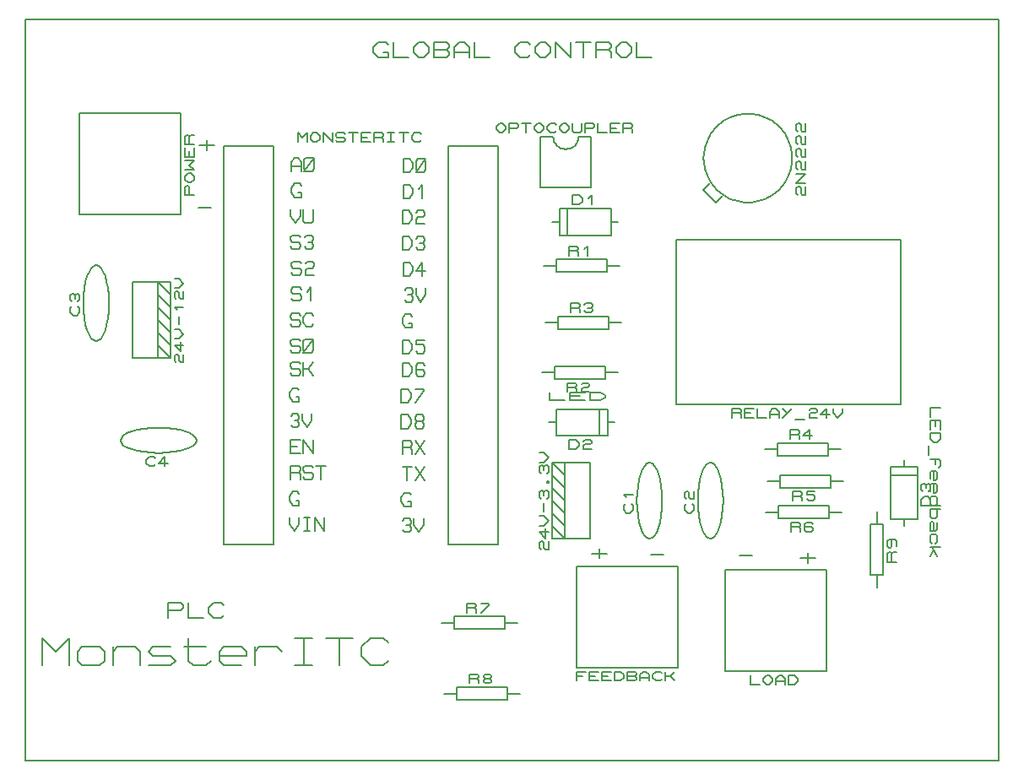
<source format=gbr>
G04 PROTEUS GERBER X2 FILE*
%TF.GenerationSoftware,Labcenter,Proteus,8.6-SP2-Build23525*%
%TF.CreationDate,2019-07-05T07:02:46+00:00*%
%TF.FileFunction,Legend,Top*%
%TF.FilePolarity,Positive*%
%TF.Part,Single*%
%FSLAX45Y45*%
%MOMM*%
G01*
%TA.AperFunction,Material*%
%ADD18C,0.203200*%
%TA.AperFunction,Profile*%
%ADD17C,0.203200*%
%TD.AperFunction*%
D18*
X-13372000Y+8624000D02*
X-14388000Y+8624000D01*
X-13372000Y+7608000D02*
X-14388000Y+7608000D01*
X-14388000Y+8624000D02*
X-14388000Y+7608000D01*
X-13372000Y+8624000D02*
X-13372000Y+7608000D01*
X-13239920Y+7798500D02*
X-13331360Y+7798500D01*
X-13331360Y+7877875D01*
X-13316120Y+7893750D01*
X-13300880Y+7893750D01*
X-13285640Y+7877875D01*
X-13285640Y+7798500D01*
X-13300880Y+7925500D02*
X-13331360Y+7957250D01*
X-13331360Y+7989000D01*
X-13300880Y+8020750D01*
X-13270400Y+8020750D01*
X-13239920Y+7989000D01*
X-13239920Y+7957250D01*
X-13270400Y+7925500D01*
X-13300880Y+7925500D01*
X-13331360Y+8052500D02*
X-13239920Y+8052500D01*
X-13285640Y+8100125D01*
X-13239920Y+8147750D01*
X-13331360Y+8147750D01*
X-13239920Y+8274750D02*
X-13239920Y+8179500D01*
X-13331360Y+8179500D01*
X-13331360Y+8274750D01*
X-13285640Y+8179500D02*
X-13285640Y+8243000D01*
X-13239920Y+8306500D02*
X-13331360Y+8306500D01*
X-13331360Y+8385875D01*
X-13316120Y+8401750D01*
X-13300880Y+8401750D01*
X-13285640Y+8385875D01*
X-13285640Y+8306500D01*
X-13285640Y+8385875D02*
X-13270400Y+8401750D01*
X-13239920Y+8401750D01*
X-10690000Y+4292000D02*
X-10190000Y+4292000D01*
X-10190000Y+8292000D01*
X-10690000Y+8292000D01*
X-10690000Y+4292000D01*
X-12940000Y+4292000D02*
X-12440000Y+4292000D01*
X-12440000Y+8292000D01*
X-12940000Y+8292000D01*
X-12940000Y+4292000D01*
X-12260000Y+8039120D02*
X-12260000Y+8130560D01*
X-12228250Y+8176280D01*
X-12196500Y+8176280D01*
X-12164750Y+8130560D01*
X-12164750Y+8039120D01*
X-12260000Y+8084840D02*
X-12164750Y+8084840D01*
X-12133000Y+8061980D02*
X-12133000Y+8153420D01*
X-12117125Y+8176280D01*
X-12053625Y+8176280D01*
X-12037750Y+8153420D01*
X-12037750Y+8061980D01*
X-12053625Y+8039120D01*
X-12117125Y+8039120D01*
X-12133000Y+8061980D01*
X-12133000Y+8039120D02*
X-12037750Y+8176280D01*
X-12196500Y+7824840D02*
X-12164750Y+7824840D01*
X-12164750Y+7779120D01*
X-12228250Y+7779120D01*
X-12260000Y+7824840D01*
X-12260000Y+7870560D01*
X-12228250Y+7916280D01*
X-12180625Y+7916280D01*
X-12164750Y+7893420D01*
X-12270000Y+7656280D02*
X-12270000Y+7587700D01*
X-12222375Y+7519120D01*
X-12174750Y+7587700D01*
X-12174750Y+7656280D01*
X-12143000Y+7656280D02*
X-12143000Y+7541980D01*
X-12127125Y+7519120D01*
X-12063625Y+7519120D01*
X-12047750Y+7541980D01*
X-12047750Y+7656280D01*
X-12270000Y+7281980D02*
X-12254125Y+7259120D01*
X-12190625Y+7259120D01*
X-12174750Y+7281980D01*
X-12174750Y+7304840D01*
X-12190625Y+7327700D01*
X-12254125Y+7327700D01*
X-12270000Y+7350560D01*
X-12270000Y+7373420D01*
X-12254125Y+7396280D01*
X-12190625Y+7396280D01*
X-12174750Y+7373420D01*
X-12127125Y+7373420D02*
X-12111250Y+7396280D01*
X-12063625Y+7396280D01*
X-12047750Y+7373420D01*
X-12047750Y+7350560D01*
X-12063625Y+7327700D01*
X-12047750Y+7304840D01*
X-12047750Y+7281980D01*
X-12063625Y+7259120D01*
X-12111250Y+7259120D01*
X-12127125Y+7281980D01*
X-12095375Y+7327700D02*
X-12063625Y+7327700D01*
X-12260000Y+7021980D02*
X-12244125Y+6999120D01*
X-12180625Y+6999120D01*
X-12164750Y+7021980D01*
X-12164750Y+7044840D01*
X-12180625Y+7067700D01*
X-12244125Y+7067700D01*
X-12260000Y+7090560D01*
X-12260000Y+7113420D01*
X-12244125Y+7136280D01*
X-12180625Y+7136280D01*
X-12164750Y+7113420D01*
X-12117125Y+7113420D02*
X-12101250Y+7136280D01*
X-12053625Y+7136280D01*
X-12037750Y+7113420D01*
X-12037750Y+7090560D01*
X-12053625Y+7067700D01*
X-12101250Y+7067700D01*
X-12117125Y+7044840D01*
X-12117125Y+6999120D01*
X-12037750Y+6999120D01*
X-12260000Y+6761980D02*
X-12244125Y+6739120D01*
X-12180625Y+6739120D01*
X-12164750Y+6761980D01*
X-12164750Y+6784840D01*
X-12180625Y+6807700D01*
X-12244125Y+6807700D01*
X-12260000Y+6830560D01*
X-12260000Y+6853420D01*
X-12244125Y+6876280D01*
X-12180625Y+6876280D01*
X-12164750Y+6853420D01*
X-12101250Y+6830560D02*
X-12069500Y+6876280D01*
X-12069500Y+6739120D01*
X-12270000Y+6501980D02*
X-12254125Y+6479120D01*
X-12190625Y+6479120D01*
X-12174750Y+6501980D01*
X-12174750Y+6524840D01*
X-12190625Y+6547700D01*
X-12254125Y+6547700D01*
X-12270000Y+6570560D01*
X-12270000Y+6593420D01*
X-12254125Y+6616280D01*
X-12190625Y+6616280D01*
X-12174750Y+6593420D01*
X-12047750Y+6501980D02*
X-12063625Y+6479120D01*
X-12111250Y+6479120D01*
X-12143000Y+6524840D01*
X-12143000Y+6570560D01*
X-12111250Y+6616280D01*
X-12063625Y+6616280D01*
X-12047750Y+6593420D01*
X-12270000Y+6241980D02*
X-12254125Y+6219120D01*
X-12190625Y+6219120D01*
X-12174750Y+6241980D01*
X-12174750Y+6264840D01*
X-12190625Y+6287700D01*
X-12254125Y+6287700D01*
X-12270000Y+6310560D01*
X-12270000Y+6333420D01*
X-12254125Y+6356280D01*
X-12190625Y+6356280D01*
X-12174750Y+6333420D01*
X-12143000Y+6241980D02*
X-12143000Y+6333420D01*
X-12127125Y+6356280D01*
X-12063625Y+6356280D01*
X-12047750Y+6333420D01*
X-12047750Y+6241980D01*
X-12063625Y+6219120D01*
X-12127125Y+6219120D01*
X-12143000Y+6241980D01*
X-12143000Y+6219120D02*
X-12047750Y+6356280D01*
X-12270000Y+6011980D02*
X-12254125Y+5989120D01*
X-12190625Y+5989120D01*
X-12174750Y+6011980D01*
X-12174750Y+6034840D01*
X-12190625Y+6057700D01*
X-12254125Y+6057700D01*
X-12270000Y+6080560D01*
X-12270000Y+6103420D01*
X-12254125Y+6126280D01*
X-12190625Y+6126280D01*
X-12174750Y+6103420D01*
X-12143000Y+6126280D02*
X-12143000Y+5989120D01*
X-12047750Y+6126280D02*
X-12095375Y+6057700D01*
X-12047750Y+5989120D01*
X-12143000Y+6057700D02*
X-12095375Y+6057700D01*
X-12216500Y+5774840D02*
X-12184750Y+5774840D01*
X-12184750Y+5729120D01*
X-12248250Y+5729120D01*
X-12280000Y+5774840D01*
X-12280000Y+5820560D01*
X-12248250Y+5866280D01*
X-12200625Y+5866280D01*
X-12184750Y+5843420D01*
X-12264125Y+5583420D02*
X-12248250Y+5606280D01*
X-12200625Y+5606280D01*
X-12184750Y+5583420D01*
X-12184750Y+5560560D01*
X-12200625Y+5537700D01*
X-12184750Y+5514840D01*
X-12184750Y+5491980D01*
X-12200625Y+5469120D01*
X-12248250Y+5469120D01*
X-12264125Y+5491980D01*
X-12232375Y+5537700D02*
X-12200625Y+5537700D01*
X-12153000Y+5606280D02*
X-12153000Y+5537700D01*
X-12105375Y+5469120D01*
X-12057750Y+5537700D01*
X-12057750Y+5606280D01*
X-12174750Y+5209120D02*
X-12270000Y+5209120D01*
X-12270000Y+5346280D01*
X-12174750Y+5346280D01*
X-12270000Y+5277700D02*
X-12206500Y+5277700D01*
X-12143000Y+5209120D02*
X-12143000Y+5346280D01*
X-12047750Y+5209120D01*
X-12047750Y+5346280D01*
X-12270000Y+4949120D02*
X-12270000Y+5086280D01*
X-12190625Y+5086280D01*
X-12174750Y+5063420D01*
X-12174750Y+5040560D01*
X-12190625Y+5017700D01*
X-12270000Y+5017700D01*
X-12190625Y+5017700D02*
X-12174750Y+4994840D01*
X-12174750Y+4949120D01*
X-12143000Y+4971980D02*
X-12127125Y+4949120D01*
X-12063625Y+4949120D01*
X-12047750Y+4971980D01*
X-12047750Y+4994840D01*
X-12063625Y+5017700D01*
X-12127125Y+5017700D01*
X-12143000Y+5040560D01*
X-12143000Y+5063420D01*
X-12127125Y+5086280D01*
X-12063625Y+5086280D01*
X-12047750Y+5063420D01*
X-12016000Y+5086280D02*
X-11920750Y+5086280D01*
X-11968375Y+5086280D02*
X-11968375Y+4949120D01*
X-12216500Y+4734840D02*
X-12184750Y+4734840D01*
X-12184750Y+4689120D01*
X-12248250Y+4689120D01*
X-12280000Y+4734840D01*
X-12280000Y+4780560D01*
X-12248250Y+4826280D01*
X-12200625Y+4826280D01*
X-12184750Y+4803420D01*
X-12280000Y+4566280D02*
X-12280000Y+4497700D01*
X-12232375Y+4429120D01*
X-12184750Y+4497700D01*
X-12184750Y+4566280D01*
X-12137125Y+4566280D02*
X-12073625Y+4566280D01*
X-12105375Y+4566280D02*
X-12105375Y+4429120D01*
X-12137125Y+4429120D02*
X-12073625Y+4429120D01*
X-12026000Y+4429120D02*
X-12026000Y+4566280D01*
X-11930750Y+4429120D01*
X-11930750Y+4566280D01*
X-11140000Y+8029120D02*
X-11140000Y+8166280D01*
X-11076500Y+8166280D01*
X-11044750Y+8120560D01*
X-11044750Y+8074840D01*
X-11076500Y+8029120D01*
X-11140000Y+8029120D01*
X-11013000Y+8051980D02*
X-11013000Y+8143420D01*
X-10997125Y+8166280D01*
X-10933625Y+8166280D01*
X-10917750Y+8143420D01*
X-10917750Y+8051980D01*
X-10933625Y+8029120D01*
X-10997125Y+8029120D01*
X-11013000Y+8051980D01*
X-11013000Y+8029120D02*
X-10917750Y+8166280D01*
X-11140000Y+7769120D02*
X-11140000Y+7906280D01*
X-11076500Y+7906280D01*
X-11044750Y+7860560D01*
X-11044750Y+7814840D01*
X-11076500Y+7769120D01*
X-11140000Y+7769120D01*
X-10981250Y+7860560D02*
X-10949500Y+7906280D01*
X-10949500Y+7769120D01*
X-11150000Y+7509120D02*
X-11150000Y+7646280D01*
X-11086500Y+7646280D01*
X-11054750Y+7600560D01*
X-11054750Y+7554840D01*
X-11086500Y+7509120D01*
X-11150000Y+7509120D01*
X-11007125Y+7623420D02*
X-10991250Y+7646280D01*
X-10943625Y+7646280D01*
X-10927750Y+7623420D01*
X-10927750Y+7600560D01*
X-10943625Y+7577700D01*
X-10991250Y+7577700D01*
X-11007125Y+7554840D01*
X-11007125Y+7509120D01*
X-10927750Y+7509120D01*
X-11150000Y+7249120D02*
X-11150000Y+7386280D01*
X-11086500Y+7386280D01*
X-11054750Y+7340560D01*
X-11054750Y+7294840D01*
X-11086500Y+7249120D01*
X-11150000Y+7249120D01*
X-11007125Y+7363420D02*
X-10991250Y+7386280D01*
X-10943625Y+7386280D01*
X-10927750Y+7363420D01*
X-10927750Y+7340560D01*
X-10943625Y+7317700D01*
X-10927750Y+7294840D01*
X-10927750Y+7271980D01*
X-10943625Y+7249120D01*
X-10991250Y+7249120D01*
X-11007125Y+7271980D01*
X-10975375Y+7317700D02*
X-10943625Y+7317700D01*
X-11140000Y+6989120D02*
X-11140000Y+7126280D01*
X-11076500Y+7126280D01*
X-11044750Y+7080560D01*
X-11044750Y+7034840D01*
X-11076500Y+6989120D01*
X-11140000Y+6989120D01*
X-10917750Y+7034840D02*
X-11013000Y+7034840D01*
X-10949500Y+7126280D01*
X-10949500Y+6989120D01*
X-11124125Y+6843420D02*
X-11108250Y+6866280D01*
X-11060625Y+6866280D01*
X-11044750Y+6843420D01*
X-11044750Y+6820560D01*
X-11060625Y+6797700D01*
X-11044750Y+6774840D01*
X-11044750Y+6751980D01*
X-11060625Y+6729120D01*
X-11108250Y+6729120D01*
X-11124125Y+6751980D01*
X-11092375Y+6797700D02*
X-11060625Y+6797700D01*
X-11013000Y+6866280D02*
X-11013000Y+6797700D01*
X-10965375Y+6729120D01*
X-10917750Y+6797700D01*
X-10917750Y+6866280D01*
X-11086500Y+6514840D02*
X-11054750Y+6514840D01*
X-11054750Y+6469120D01*
X-11118250Y+6469120D01*
X-11150000Y+6514840D01*
X-11150000Y+6560560D01*
X-11118250Y+6606280D01*
X-11070625Y+6606280D01*
X-11054750Y+6583420D01*
X-11150000Y+6209120D02*
X-11150000Y+6346280D01*
X-11086500Y+6346280D01*
X-11054750Y+6300560D01*
X-11054750Y+6254840D01*
X-11086500Y+6209120D01*
X-11150000Y+6209120D01*
X-10927750Y+6346280D02*
X-11007125Y+6346280D01*
X-11007125Y+6300560D01*
X-10943625Y+6300560D01*
X-10927750Y+6277700D01*
X-10927750Y+6231980D01*
X-10943625Y+6209120D01*
X-10991250Y+6209120D01*
X-11007125Y+6231980D01*
X-11150000Y+5979120D02*
X-11150000Y+6116280D01*
X-11086500Y+6116280D01*
X-11054750Y+6070560D01*
X-11054750Y+6024840D01*
X-11086500Y+5979120D01*
X-11150000Y+5979120D01*
X-10927750Y+6093420D02*
X-10943625Y+6116280D01*
X-10991250Y+6116280D01*
X-11007125Y+6093420D01*
X-11007125Y+6001980D01*
X-10991250Y+5979120D01*
X-10943625Y+5979120D01*
X-10927750Y+6001980D01*
X-10927750Y+6024840D01*
X-10943625Y+6047700D01*
X-11007125Y+6047700D01*
X-11160000Y+5719120D02*
X-11160000Y+5856280D01*
X-11096500Y+5856280D01*
X-11064750Y+5810560D01*
X-11064750Y+5764840D01*
X-11096500Y+5719120D01*
X-11160000Y+5719120D01*
X-11017125Y+5856280D02*
X-10937750Y+5856280D01*
X-10937750Y+5833420D01*
X-11017125Y+5719120D01*
X-11160000Y+5459120D02*
X-11160000Y+5596280D01*
X-11096500Y+5596280D01*
X-11064750Y+5550560D01*
X-11064750Y+5504840D01*
X-11096500Y+5459120D01*
X-11160000Y+5459120D01*
X-11001250Y+5527700D02*
X-11017125Y+5550560D01*
X-11017125Y+5573420D01*
X-11001250Y+5596280D01*
X-10953625Y+5596280D01*
X-10937750Y+5573420D01*
X-10937750Y+5550560D01*
X-10953625Y+5527700D01*
X-11001250Y+5527700D01*
X-11017125Y+5504840D01*
X-11017125Y+5481980D01*
X-11001250Y+5459120D01*
X-10953625Y+5459120D01*
X-10937750Y+5481980D01*
X-10937750Y+5504840D01*
X-10953625Y+5527700D01*
X-11150000Y+5199120D02*
X-11150000Y+5336280D01*
X-11070625Y+5336280D01*
X-11054750Y+5313420D01*
X-11054750Y+5290560D01*
X-11070625Y+5267700D01*
X-11150000Y+5267700D01*
X-11070625Y+5267700D02*
X-11054750Y+5244840D01*
X-11054750Y+5199120D01*
X-11023000Y+5336280D02*
X-10927750Y+5199120D01*
X-11023000Y+5199120D02*
X-10927750Y+5336280D01*
X-11150000Y+5076280D02*
X-11054750Y+5076280D01*
X-11102375Y+5076280D02*
X-11102375Y+4939120D01*
X-11023000Y+5076280D02*
X-10927750Y+4939120D01*
X-11023000Y+4939120D02*
X-10927750Y+5076280D01*
X-11096500Y+4724840D02*
X-11064750Y+4724840D01*
X-11064750Y+4679120D01*
X-11128250Y+4679120D01*
X-11160000Y+4724840D01*
X-11160000Y+4770560D01*
X-11128250Y+4816280D01*
X-11080625Y+4816280D01*
X-11064750Y+4793420D01*
X-11144125Y+4533420D02*
X-11128250Y+4556280D01*
X-11080625Y+4556280D01*
X-11064750Y+4533420D01*
X-11064750Y+4510560D01*
X-11080625Y+4487700D01*
X-11064750Y+4464840D01*
X-11064750Y+4441980D01*
X-11080625Y+4419120D01*
X-11128250Y+4419120D01*
X-11144125Y+4441980D01*
X-11112375Y+4487700D02*
X-11080625Y+4487700D01*
X-11033000Y+4556280D02*
X-11033000Y+4487700D01*
X-10985375Y+4419120D01*
X-10937750Y+4487700D01*
X-10937750Y+4556280D01*
X-12200000Y+8332640D02*
X-12200000Y+8424080D01*
X-12152375Y+8378360D01*
X-12104750Y+8424080D01*
X-12104750Y+8332640D01*
X-12073000Y+8393600D02*
X-12041250Y+8424080D01*
X-12009500Y+8424080D01*
X-11977750Y+8393600D01*
X-11977750Y+8363120D01*
X-12009500Y+8332640D01*
X-12041250Y+8332640D01*
X-12073000Y+8363120D01*
X-12073000Y+8393600D01*
X-11946000Y+8332640D02*
X-11946000Y+8424080D01*
X-11850750Y+8332640D01*
X-11850750Y+8424080D01*
X-11819000Y+8347880D02*
X-11803125Y+8332640D01*
X-11739625Y+8332640D01*
X-11723750Y+8347880D01*
X-11723750Y+8363120D01*
X-11739625Y+8378360D01*
X-11803125Y+8378360D01*
X-11819000Y+8393600D01*
X-11819000Y+8408840D01*
X-11803125Y+8424080D01*
X-11739625Y+8424080D01*
X-11723750Y+8408840D01*
X-11692000Y+8424080D02*
X-11596750Y+8424080D01*
X-11644375Y+8424080D02*
X-11644375Y+8332640D01*
X-11469750Y+8332640D02*
X-11565000Y+8332640D01*
X-11565000Y+8424080D01*
X-11469750Y+8424080D01*
X-11565000Y+8378360D02*
X-11501500Y+8378360D01*
X-11438000Y+8332640D02*
X-11438000Y+8424080D01*
X-11358625Y+8424080D01*
X-11342750Y+8408840D01*
X-11342750Y+8393600D01*
X-11358625Y+8378360D01*
X-11438000Y+8378360D01*
X-11358625Y+8378360D02*
X-11342750Y+8363120D01*
X-11342750Y+8332640D01*
X-11295125Y+8424080D02*
X-11231625Y+8424080D01*
X-11263375Y+8424080D02*
X-11263375Y+8332640D01*
X-11295125Y+8332640D02*
X-11231625Y+8332640D01*
X-11184000Y+8424080D02*
X-11088750Y+8424080D01*
X-11136375Y+8424080D02*
X-11136375Y+8332640D01*
X-10961750Y+8347880D02*
X-10977625Y+8332640D01*
X-11025250Y+8332640D01*
X-11057000Y+8363120D01*
X-11057000Y+8393600D01*
X-11025250Y+8424080D01*
X-10977625Y+8424080D01*
X-10961750Y+8408840D01*
X-9382000Y+8387000D02*
X-9255000Y+8387000D01*
X-9255000Y+7879000D01*
X-9763000Y+7879000D01*
X-9763000Y+8387000D01*
X-9636000Y+8387000D01*
X-9509000Y+8260000D02*
X-9483124Y+8262436D01*
X-9459152Y+8269485D01*
X-9437562Y+8280762D01*
X-9418830Y+8295878D01*
X-9403431Y+8314446D01*
X-9391842Y+8336081D01*
X-9384540Y+8360394D01*
X-9382000Y+8387000D01*
X-9509000Y+8260000D02*
X-9535606Y+8262436D01*
X-9559919Y+8269485D01*
X-9581554Y+8280762D01*
X-9600122Y+8295878D01*
X-9615238Y+8314446D01*
X-9626515Y+8336081D01*
X-9633564Y+8360394D01*
X-9636000Y+8387000D01*
X-10207500Y+8488600D02*
X-10175750Y+8519080D01*
X-10144000Y+8519080D01*
X-10112250Y+8488600D01*
X-10112250Y+8458120D01*
X-10144000Y+8427640D01*
X-10175750Y+8427640D01*
X-10207500Y+8458120D01*
X-10207500Y+8488600D01*
X-10080500Y+8427640D02*
X-10080500Y+8519080D01*
X-10001125Y+8519080D01*
X-9985250Y+8503840D01*
X-9985250Y+8488600D01*
X-10001125Y+8473360D01*
X-10080500Y+8473360D01*
X-9953500Y+8519080D02*
X-9858250Y+8519080D01*
X-9905875Y+8519080D02*
X-9905875Y+8427640D01*
X-9826500Y+8488600D02*
X-9794750Y+8519080D01*
X-9763000Y+8519080D01*
X-9731250Y+8488600D01*
X-9731250Y+8458120D01*
X-9763000Y+8427640D01*
X-9794750Y+8427640D01*
X-9826500Y+8458120D01*
X-9826500Y+8488600D01*
X-9604250Y+8442880D02*
X-9620125Y+8427640D01*
X-9667750Y+8427640D01*
X-9699500Y+8458120D01*
X-9699500Y+8488600D01*
X-9667750Y+8519080D01*
X-9620125Y+8519080D01*
X-9604250Y+8503840D01*
X-9572500Y+8488600D02*
X-9540750Y+8519080D01*
X-9509000Y+8519080D01*
X-9477250Y+8488600D01*
X-9477250Y+8458120D01*
X-9509000Y+8427640D01*
X-9540750Y+8427640D01*
X-9572500Y+8458120D01*
X-9572500Y+8488600D01*
X-9445500Y+8519080D02*
X-9445500Y+8442880D01*
X-9429625Y+8427640D01*
X-9366125Y+8427640D01*
X-9350250Y+8442880D01*
X-9350250Y+8519080D01*
X-9318500Y+8427640D02*
X-9318500Y+8519080D01*
X-9239125Y+8519080D01*
X-9223250Y+8503840D01*
X-9223250Y+8488600D01*
X-9239125Y+8473360D01*
X-9318500Y+8473360D01*
X-9191500Y+8519080D02*
X-9191500Y+8427640D01*
X-9096250Y+8427640D01*
X-8969250Y+8427640D02*
X-9064500Y+8427640D01*
X-9064500Y+8519080D01*
X-8969250Y+8519080D01*
X-9064500Y+8473360D02*
X-9001000Y+8473360D01*
X-8937500Y+8427640D02*
X-8937500Y+8519080D01*
X-8858125Y+8519080D01*
X-8842250Y+8503840D01*
X-8842250Y+8488600D01*
X-8858125Y+8473360D01*
X-8937500Y+8473360D01*
X-8858125Y+8473360D02*
X-8842250Y+8458120D01*
X-8842250Y+8427640D01*
X-9735000Y+7090000D02*
X-9608000Y+7090000D01*
X-9608000Y+7026500D02*
X-9100000Y+7026500D01*
X-9100000Y+7153500D01*
X-9608000Y+7153500D01*
X-9608000Y+7026500D01*
X-9100000Y+7090000D02*
X-8973000Y+7090000D01*
X-9481000Y+7194140D02*
X-9481000Y+7285580D01*
X-9401625Y+7285580D01*
X-9385750Y+7270340D01*
X-9385750Y+7255100D01*
X-9401625Y+7239860D01*
X-9481000Y+7239860D01*
X-9401625Y+7239860D02*
X-9385750Y+7224620D01*
X-9385750Y+7194140D01*
X-9322250Y+7255100D02*
X-9290500Y+7285580D01*
X-9290500Y+7194140D01*
X-9719000Y+6520000D02*
X-9592000Y+6520000D01*
X-9592000Y+6456500D02*
X-9084000Y+6456500D01*
X-9084000Y+6583500D01*
X-9592000Y+6583500D01*
X-9592000Y+6456500D01*
X-9084000Y+6520000D02*
X-8957000Y+6520000D01*
X-9465000Y+6624140D02*
X-9465000Y+6715580D01*
X-9385625Y+6715580D01*
X-9369750Y+6700340D01*
X-9369750Y+6685100D01*
X-9385625Y+6669860D01*
X-9465000Y+6669860D01*
X-9385625Y+6669860D02*
X-9369750Y+6654620D01*
X-9369750Y+6624140D01*
X-9322125Y+6700340D02*
X-9306250Y+6715580D01*
X-9258625Y+6715580D01*
X-9242750Y+6700340D01*
X-9242750Y+6685100D01*
X-9258625Y+6669860D01*
X-9242750Y+6654620D01*
X-9242750Y+6639380D01*
X-9258625Y+6624140D01*
X-9306250Y+6624140D01*
X-9322125Y+6639380D01*
X-9290375Y+6669860D02*
X-9258625Y+6669860D01*
X-7239500Y+8170000D02*
X-7240880Y+8204999D01*
X-7252079Y+8274999D01*
X-7275398Y+8344999D01*
X-7313115Y+8414999D01*
X-7370381Y+8484997D01*
X-7440381Y+8541793D01*
X-7510381Y+8579190D01*
X-7580381Y+8602254D01*
X-7650381Y+8613227D01*
X-7684000Y+8614500D01*
X-8128500Y+8170000D02*
X-8127120Y+8204999D01*
X-8115921Y+8274999D01*
X-8092602Y+8344999D01*
X-8054885Y+8414999D01*
X-7997619Y+8484997D01*
X-7927619Y+8541793D01*
X-7857619Y+8579190D01*
X-7787619Y+8602254D01*
X-7717619Y+8613227D01*
X-7684000Y+8614500D01*
X-8128500Y+8170000D02*
X-8127120Y+8135001D01*
X-8115921Y+8065001D01*
X-8092602Y+7995001D01*
X-8054885Y+7925001D01*
X-7997619Y+7855003D01*
X-7927619Y+7798207D01*
X-7857619Y+7760810D01*
X-7787619Y+7737746D01*
X-7717619Y+7726773D01*
X-7684000Y+7725500D01*
X-7239500Y+8170000D02*
X-7240880Y+8135001D01*
X-7252079Y+8065001D01*
X-7275398Y+7995001D01*
X-7313115Y+7925001D01*
X-7370381Y+7855003D01*
X-7440381Y+7798207D01*
X-7510381Y+7760810D01*
X-7580381Y+7737746D01*
X-7650381Y+7726773D01*
X-7684000Y+7725500D01*
X-8065000Y+7916000D02*
X-8128500Y+7852500D01*
X-8001500Y+7725500D01*
X-7938000Y+7789000D01*
X-7183620Y+7804875D02*
X-7198860Y+7820750D01*
X-7198860Y+7868375D01*
X-7183620Y+7884250D01*
X-7168380Y+7884250D01*
X-7153140Y+7868375D01*
X-7153140Y+7820750D01*
X-7137900Y+7804875D01*
X-7107420Y+7804875D01*
X-7107420Y+7884250D01*
X-7107420Y+7916000D02*
X-7198860Y+7916000D01*
X-7107420Y+8011250D01*
X-7198860Y+8011250D01*
X-7183620Y+8058875D02*
X-7198860Y+8074750D01*
X-7198860Y+8122375D01*
X-7183620Y+8138250D01*
X-7168380Y+8138250D01*
X-7153140Y+8122375D01*
X-7153140Y+8074750D01*
X-7137900Y+8058875D01*
X-7107420Y+8058875D01*
X-7107420Y+8138250D01*
X-7183620Y+8185875D02*
X-7198860Y+8201750D01*
X-7198860Y+8249375D01*
X-7183620Y+8265250D01*
X-7168380Y+8265250D01*
X-7153140Y+8249375D01*
X-7153140Y+8201750D01*
X-7137900Y+8185875D01*
X-7107420Y+8185875D01*
X-7107420Y+8265250D01*
X-7183620Y+8312875D02*
X-7198860Y+8328750D01*
X-7198860Y+8376375D01*
X-7183620Y+8392250D01*
X-7168380Y+8392250D01*
X-7153140Y+8376375D01*
X-7153140Y+8328750D01*
X-7137900Y+8312875D01*
X-7107420Y+8312875D01*
X-7107420Y+8392250D01*
X-7183620Y+8439875D02*
X-7198860Y+8455750D01*
X-7198860Y+8503375D01*
X-7183620Y+8519250D01*
X-7168380Y+8519250D01*
X-7153140Y+8503375D01*
X-7153140Y+8455750D01*
X-7137900Y+8439875D01*
X-7107420Y+8439875D01*
X-7107420Y+8519250D01*
X-9573080Y+7397920D02*
X-9054920Y+7397920D01*
X-9054920Y+7664620D01*
X-9573080Y+7664620D01*
X-9573080Y+7397920D01*
X-9491800Y+7662080D02*
X-9491800Y+7400460D01*
X-9644200Y+7530000D02*
X-9573080Y+7530000D01*
X-9054920Y+7530000D02*
X-8983800Y+7530000D01*
X-9441000Y+7705260D02*
X-9441000Y+7796700D01*
X-9377500Y+7796700D01*
X-9345750Y+7766220D01*
X-9345750Y+7735740D01*
X-9377500Y+7705260D01*
X-9441000Y+7705260D01*
X-9282250Y+7766220D02*
X-9250500Y+7796700D01*
X-9250500Y+7705260D01*
X-8987000Y+6020000D02*
X-9114000Y+6020000D01*
X-9622000Y+5956500D02*
X-9114000Y+5956500D01*
X-9114000Y+6083500D01*
X-9622000Y+6083500D01*
X-9622000Y+5956500D01*
X-9622000Y+6020000D02*
X-9749000Y+6020000D01*
X-9495000Y+5824420D02*
X-9495000Y+5915860D01*
X-9415625Y+5915860D01*
X-9399750Y+5900620D01*
X-9399750Y+5885380D01*
X-9415625Y+5870140D01*
X-9495000Y+5870140D01*
X-9415625Y+5870140D02*
X-9399750Y+5854900D01*
X-9399750Y+5824420D01*
X-9352125Y+5900620D02*
X-9336250Y+5915860D01*
X-9288625Y+5915860D01*
X-9272750Y+5900620D01*
X-9272750Y+5885380D01*
X-9288625Y+5870140D01*
X-9336250Y+5870140D01*
X-9352125Y+5854900D01*
X-9352125Y+5824420D01*
X-9272750Y+5824420D01*
X-9607080Y+5385380D02*
X-9088920Y+5385380D01*
X-9088920Y+5652080D01*
X-9607080Y+5652080D01*
X-9607080Y+5385380D01*
X-9170200Y+5387920D02*
X-9170200Y+5649540D01*
X-9017800Y+5520000D02*
X-9088920Y+5520000D01*
X-9607080Y+5520000D02*
X-9678200Y+5520000D01*
X-9475000Y+5253300D02*
X-9475000Y+5344740D01*
X-9411500Y+5344740D01*
X-9379750Y+5314260D01*
X-9379750Y+5283780D01*
X-9411500Y+5253300D01*
X-9475000Y+5253300D01*
X-9332125Y+5329500D02*
X-9316250Y+5344740D01*
X-9268625Y+5344740D01*
X-9252750Y+5329500D01*
X-9252750Y+5314260D01*
X-9268625Y+5299020D01*
X-9316250Y+5299020D01*
X-9332125Y+5283780D01*
X-9332125Y+5253300D01*
X-9252750Y+5253300D01*
X-8400000Y+5700000D02*
X-6150000Y+5700000D01*
X-6150000Y+7350000D01*
X-8400000Y+7350000D01*
X-8400000Y+5700000D01*
X-7846500Y+5567920D02*
X-7846500Y+5659360D01*
X-7767125Y+5659360D01*
X-7751250Y+5644120D01*
X-7751250Y+5628880D01*
X-7767125Y+5613640D01*
X-7846500Y+5613640D01*
X-7767125Y+5613640D02*
X-7751250Y+5598400D01*
X-7751250Y+5567920D01*
X-7624250Y+5567920D02*
X-7719500Y+5567920D01*
X-7719500Y+5659360D01*
X-7624250Y+5659360D01*
X-7719500Y+5613640D02*
X-7656000Y+5613640D01*
X-7592500Y+5659360D02*
X-7592500Y+5567920D01*
X-7497250Y+5567920D01*
X-7465500Y+5567920D02*
X-7465500Y+5628880D01*
X-7433750Y+5659360D01*
X-7402000Y+5659360D01*
X-7370250Y+5628880D01*
X-7370250Y+5567920D01*
X-7465500Y+5598400D02*
X-7370250Y+5598400D01*
X-7243250Y+5659360D02*
X-7338500Y+5567920D01*
X-7338500Y+5659360D02*
X-7290875Y+5613640D01*
X-7211500Y+5552680D02*
X-7116250Y+5552680D01*
X-7068625Y+5644120D02*
X-7052750Y+5659360D01*
X-7005125Y+5659360D01*
X-6989250Y+5644120D01*
X-6989250Y+5628880D01*
X-7005125Y+5613640D01*
X-7052750Y+5613640D01*
X-7068625Y+5598400D01*
X-7068625Y+5567920D01*
X-6989250Y+5567920D01*
X-6862250Y+5598400D02*
X-6957500Y+5598400D01*
X-6894000Y+5659360D01*
X-6894000Y+5567920D01*
X-6830500Y+5659360D02*
X-6830500Y+5613640D01*
X-6782875Y+5567920D01*
X-6735250Y+5613640D01*
X-6735250Y+5659360D01*
X-6896000Y+3022000D02*
X-6896000Y+4038000D01*
X-7912000Y+3022000D02*
X-7912000Y+4038000D01*
X-6896000Y+4038000D02*
X-7912000Y+4038000D01*
X-6896000Y+3022000D02*
X-7912000Y+3022000D01*
X-7658000Y+2981360D02*
X-7658000Y+2889920D01*
X-7562750Y+2889920D01*
X-7531000Y+2950880D02*
X-7499250Y+2981360D01*
X-7467500Y+2981360D01*
X-7435750Y+2950880D01*
X-7435750Y+2920400D01*
X-7467500Y+2889920D01*
X-7499250Y+2889920D01*
X-7531000Y+2920400D01*
X-7531000Y+2950880D01*
X-7404000Y+2889920D02*
X-7404000Y+2950880D01*
X-7372250Y+2981360D01*
X-7340500Y+2981360D01*
X-7308750Y+2950880D01*
X-7308750Y+2889920D01*
X-7404000Y+2920400D02*
X-7308750Y+2920400D01*
X-7277000Y+2889920D02*
X-7277000Y+2981360D01*
X-7213500Y+2981360D01*
X-7181750Y+2950880D01*
X-7181750Y+2920400D01*
X-7213500Y+2889920D01*
X-7277000Y+2889920D01*
X-13857000Y+6169000D02*
X-13603000Y+6169000D01*
X-13603000Y+6931000D01*
X-13857000Y+6931000D01*
X-13857000Y+6169000D01*
X-13603000Y+6931000D02*
X-13476000Y+6931000D01*
X-13476000Y+6169000D01*
X-13603000Y+6169000D01*
X-13603000Y+6931000D02*
X-13476000Y+6804000D01*
X-13603000Y+6804000D02*
X-13476000Y+6677000D01*
X-13603000Y+6677000D02*
X-13476000Y+6550000D01*
X-13603000Y+6550000D02*
X-13476000Y+6423000D01*
X-13603000Y+6423000D02*
X-13476000Y+6296000D01*
X-13603000Y+6296000D02*
X-13476000Y+6169000D01*
X-13420120Y+6121375D02*
X-13435360Y+6137250D01*
X-13435360Y+6184875D01*
X-13420120Y+6200750D01*
X-13404880Y+6200750D01*
X-13389640Y+6184875D01*
X-13389640Y+6137250D01*
X-13374400Y+6121375D01*
X-13343920Y+6121375D01*
X-13343920Y+6200750D01*
X-13374400Y+6327750D02*
X-13374400Y+6232500D01*
X-13435360Y+6296000D01*
X-13343920Y+6296000D01*
X-13435360Y+6359500D02*
X-13389640Y+6359500D01*
X-13343920Y+6407125D01*
X-13389640Y+6454750D01*
X-13435360Y+6454750D01*
X-13389640Y+6502375D02*
X-13389640Y+6581750D01*
X-13404880Y+6645250D02*
X-13435360Y+6677000D01*
X-13343920Y+6677000D01*
X-13420120Y+6756375D02*
X-13435360Y+6772250D01*
X-13435360Y+6819875D01*
X-13420120Y+6835750D01*
X-13404880Y+6835750D01*
X-13389640Y+6819875D01*
X-13389640Y+6772250D01*
X-13374400Y+6756375D01*
X-13343920Y+6756375D01*
X-13343920Y+6835750D01*
X-13435360Y+6867500D02*
X-13389640Y+6867500D01*
X-13343920Y+6915125D01*
X-13389640Y+6962750D01*
X-13435360Y+6962750D01*
X-14220000Y+6335000D02*
X-14245876Y+6342516D01*
X-14269848Y+6364170D01*
X-14291438Y+6398624D01*
X-14310170Y+6444538D01*
X-14325569Y+6500571D01*
X-14337158Y+6565386D01*
X-14344460Y+6637642D01*
X-14347000Y+6716000D01*
X-14220000Y+7097000D02*
X-14245876Y+7089380D01*
X-14269848Y+7067472D01*
X-14291438Y+7032706D01*
X-14310170Y+6986510D01*
X-14325569Y+6930312D01*
X-14337158Y+6865542D01*
X-14344460Y+6793629D01*
X-14347000Y+6716000D01*
X-14220000Y+7097000D02*
X-14194124Y+7089380D01*
X-14170152Y+7067472D01*
X-14148562Y+7032706D01*
X-14129830Y+6986510D01*
X-14114431Y+6930312D01*
X-14102842Y+6865542D01*
X-14095540Y+6793629D01*
X-14093000Y+6716000D01*
X-14220000Y+6335000D02*
X-14194124Y+6342516D01*
X-14170152Y+6364170D01*
X-14148562Y+6398624D01*
X-14129830Y+6444538D01*
X-14114431Y+6500571D01*
X-14102842Y+6565386D01*
X-14095540Y+6637642D01*
X-14093000Y+6716000D01*
X-14402880Y+6684250D02*
X-14387640Y+6668375D01*
X-14387640Y+6620750D01*
X-14418120Y+6589000D01*
X-14448600Y+6589000D01*
X-14479080Y+6620750D01*
X-14479080Y+6668375D01*
X-14463840Y+6684250D01*
X-14463840Y+6731875D02*
X-14479080Y+6747750D01*
X-14479080Y+6795375D01*
X-14463840Y+6811250D01*
X-14448600Y+6811250D01*
X-14433360Y+6795375D01*
X-14418120Y+6811250D01*
X-14402880Y+6811250D01*
X-14387640Y+6795375D01*
X-14387640Y+6747750D01*
X-14402880Y+6731875D01*
X-14433360Y+6763625D02*
X-14433360Y+6795375D01*
X-13213000Y+5340000D02*
X-13220516Y+5314124D01*
X-13242170Y+5290152D01*
X-13276624Y+5268562D01*
X-13322538Y+5249830D01*
X-13378572Y+5234431D01*
X-13443386Y+5222842D01*
X-13515642Y+5215540D01*
X-13594000Y+5213000D01*
X-13975000Y+5340000D02*
X-13967380Y+5314124D01*
X-13945472Y+5290152D01*
X-13910706Y+5268562D01*
X-13864510Y+5249830D01*
X-13808312Y+5234431D01*
X-13743542Y+5222842D01*
X-13671629Y+5215540D01*
X-13594000Y+5213000D01*
X-13975000Y+5340000D02*
X-13967380Y+5365876D01*
X-13945472Y+5389848D01*
X-13910706Y+5411438D01*
X-13864510Y+5430170D01*
X-13808312Y+5445569D01*
X-13743542Y+5457158D01*
X-13671629Y+5464460D01*
X-13594000Y+5467000D01*
X-13213000Y+5340000D02*
X-13220516Y+5365876D01*
X-13242170Y+5389848D01*
X-13276624Y+5411438D01*
X-13322538Y+5430170D01*
X-13378572Y+5445569D01*
X-13443386Y+5457158D01*
X-13515642Y+5464460D01*
X-13594000Y+5467000D01*
X-13625750Y+5096160D02*
X-13641625Y+5080920D01*
X-13689250Y+5080920D01*
X-13721000Y+5111400D01*
X-13721000Y+5141880D01*
X-13689250Y+5172360D01*
X-13641625Y+5172360D01*
X-13625750Y+5157120D01*
X-13498750Y+5111400D02*
X-13594000Y+5111400D01*
X-13530500Y+5172360D01*
X-13530500Y+5080920D01*
X-8386000Y+3062000D02*
X-8386000Y+4078000D01*
X-9402000Y+3062000D02*
X-9402000Y+4078000D01*
X-8386000Y+4078000D02*
X-9402000Y+4078000D01*
X-8386000Y+3062000D02*
X-9402000Y+3062000D01*
X-9402000Y+2929920D02*
X-9402000Y+3021360D01*
X-9306750Y+3021360D01*
X-9402000Y+2975640D02*
X-9338500Y+2975640D01*
X-9179750Y+2929920D02*
X-9275000Y+2929920D01*
X-9275000Y+3021360D01*
X-9179750Y+3021360D01*
X-9275000Y+2975640D02*
X-9211500Y+2975640D01*
X-9052750Y+2929920D02*
X-9148000Y+2929920D01*
X-9148000Y+3021360D01*
X-9052750Y+3021360D01*
X-9148000Y+2975640D02*
X-9084500Y+2975640D01*
X-9021000Y+2929920D02*
X-9021000Y+3021360D01*
X-8957500Y+3021360D01*
X-8925750Y+2990880D01*
X-8925750Y+2960400D01*
X-8957500Y+2929920D01*
X-9021000Y+2929920D01*
X-8894000Y+2929920D02*
X-8894000Y+3021360D01*
X-8814625Y+3021360D01*
X-8798750Y+3006120D01*
X-8798750Y+2990880D01*
X-8814625Y+2975640D01*
X-8798750Y+2960400D01*
X-8798750Y+2945160D01*
X-8814625Y+2929920D01*
X-8894000Y+2929920D01*
X-8894000Y+2975640D02*
X-8814625Y+2975640D01*
X-8767000Y+2929920D02*
X-8767000Y+2990880D01*
X-8735250Y+3021360D01*
X-8703500Y+3021360D01*
X-8671750Y+2990880D01*
X-8671750Y+2929920D01*
X-8767000Y+2960400D02*
X-8671750Y+2960400D01*
X-8544750Y+2945160D02*
X-8560625Y+2929920D01*
X-8608250Y+2929920D01*
X-8640000Y+2960400D01*
X-8640000Y+2990880D01*
X-8608250Y+3021360D01*
X-8560625Y+3021360D01*
X-8544750Y+3006120D01*
X-8513000Y+3021360D02*
X-8513000Y+2929920D01*
X-8417750Y+3021360D02*
X-8465375Y+2975640D01*
X-8417750Y+2929920D01*
X-8513000Y+2975640D02*
X-8465375Y+2975640D01*
X-9517000Y+4359000D02*
X-9263000Y+4359000D01*
X-9263000Y+5121000D01*
X-9517000Y+5121000D01*
X-9517000Y+4359000D01*
X-9644000Y+4359000D01*
X-9644000Y+5121000D01*
X-9517000Y+5121000D01*
X-9517000Y+4359000D02*
X-9644000Y+4486000D01*
X-9517000Y+4486000D02*
X-9644000Y+4613000D01*
X-9517000Y+4613000D02*
X-9644000Y+4740000D01*
X-9517000Y+4740000D02*
X-9644000Y+4867000D01*
X-9517000Y+4867000D02*
X-9644000Y+4994000D01*
X-9517000Y+4994000D02*
X-9644000Y+5121000D01*
X-9760840Y+4247875D02*
X-9776080Y+4263750D01*
X-9776080Y+4311375D01*
X-9760840Y+4327250D01*
X-9745600Y+4327250D01*
X-9730360Y+4311375D01*
X-9730360Y+4263750D01*
X-9715120Y+4247875D01*
X-9684640Y+4247875D01*
X-9684640Y+4327250D01*
X-9715120Y+4454250D02*
X-9715120Y+4359000D01*
X-9776080Y+4422500D01*
X-9684640Y+4422500D01*
X-9776080Y+4486000D02*
X-9730360Y+4486000D01*
X-9684640Y+4533625D01*
X-9730360Y+4581250D01*
X-9776080Y+4581250D01*
X-9730360Y+4628875D02*
X-9730360Y+4708250D01*
X-9760840Y+4755875D02*
X-9776080Y+4771750D01*
X-9776080Y+4819375D01*
X-9760840Y+4835250D01*
X-9745600Y+4835250D01*
X-9730360Y+4819375D01*
X-9715120Y+4835250D01*
X-9699880Y+4835250D01*
X-9684640Y+4819375D01*
X-9684640Y+4771750D01*
X-9699880Y+4755875D01*
X-9730360Y+4787625D02*
X-9730360Y+4819375D01*
X-9699880Y+4914625D02*
X-9699880Y+4930500D01*
X-9684640Y+4930500D01*
X-9684640Y+4914625D01*
X-9699880Y+4914625D01*
X-9760840Y+5009875D02*
X-9776080Y+5025750D01*
X-9776080Y+5073375D01*
X-9760840Y+5089250D01*
X-9745600Y+5089250D01*
X-9730360Y+5073375D01*
X-9715120Y+5089250D01*
X-9699880Y+5089250D01*
X-9684640Y+5073375D01*
X-9684640Y+5025750D01*
X-9699880Y+5009875D01*
X-9730360Y+5041625D02*
X-9730360Y+5073375D01*
X-9776080Y+5121000D02*
X-9730360Y+5121000D01*
X-9684640Y+5168625D01*
X-9730360Y+5216250D01*
X-9776080Y+5216250D01*
X-8670000Y+4353000D02*
X-8695876Y+4360516D01*
X-8719848Y+4382170D01*
X-8741438Y+4416624D01*
X-8760170Y+4462538D01*
X-8775569Y+4518571D01*
X-8787158Y+4583386D01*
X-8794460Y+4655642D01*
X-8797000Y+4734000D01*
X-8670000Y+5115000D02*
X-8695876Y+5107380D01*
X-8719848Y+5085472D01*
X-8741438Y+5050706D01*
X-8760170Y+5004510D01*
X-8775569Y+4948312D01*
X-8787158Y+4883542D01*
X-8794460Y+4811629D01*
X-8797000Y+4734000D01*
X-8670000Y+5115000D02*
X-8644124Y+5107380D01*
X-8620152Y+5085472D01*
X-8598562Y+5050706D01*
X-8579830Y+5004510D01*
X-8564431Y+4948312D01*
X-8552842Y+4883542D01*
X-8545540Y+4811629D01*
X-8543000Y+4734000D01*
X-8670000Y+4353000D02*
X-8644124Y+4360516D01*
X-8620152Y+4382170D01*
X-8598562Y+4416624D01*
X-8579830Y+4462538D01*
X-8564431Y+4518571D01*
X-8552842Y+4583386D01*
X-8545540Y+4655642D01*
X-8543000Y+4734000D01*
X-8852880Y+4702250D02*
X-8837640Y+4686375D01*
X-8837640Y+4638750D01*
X-8868120Y+4607000D01*
X-8898600Y+4607000D01*
X-8929080Y+4638750D01*
X-8929080Y+4686375D01*
X-8913840Y+4702250D01*
X-8898600Y+4765750D02*
X-8929080Y+4797500D01*
X-8837640Y+4797500D01*
X-8060000Y+4355000D02*
X-8085876Y+4362516D01*
X-8109848Y+4384170D01*
X-8131438Y+4418624D01*
X-8150170Y+4464538D01*
X-8165569Y+4520571D01*
X-8177158Y+4585386D01*
X-8184460Y+4657642D01*
X-8187000Y+4736000D01*
X-8060000Y+5117000D02*
X-8085876Y+5109380D01*
X-8109848Y+5087472D01*
X-8131438Y+5052706D01*
X-8150170Y+5006510D01*
X-8165569Y+4950312D01*
X-8177158Y+4885542D01*
X-8184460Y+4813629D01*
X-8187000Y+4736000D01*
X-8060000Y+5117000D02*
X-8034124Y+5109380D01*
X-8010152Y+5087472D01*
X-7988562Y+5052706D01*
X-7969830Y+5006510D01*
X-7954431Y+4950312D01*
X-7942842Y+4885542D01*
X-7935540Y+4813629D01*
X-7933000Y+4736000D01*
X-8060000Y+4355000D02*
X-8034124Y+4362516D01*
X-8010152Y+4384170D01*
X-7988562Y+4418624D01*
X-7969830Y+4464538D01*
X-7954431Y+4520571D01*
X-7942842Y+4585386D01*
X-7935540Y+4657642D01*
X-7933000Y+4736000D01*
X-8242880Y+4704250D02*
X-8227640Y+4688375D01*
X-8227640Y+4640750D01*
X-8258120Y+4609000D01*
X-8288600Y+4609000D01*
X-8319080Y+4640750D01*
X-8319080Y+4688375D01*
X-8303840Y+4704250D01*
X-8303840Y+4751875D02*
X-8319080Y+4767750D01*
X-8319080Y+4815375D01*
X-8303840Y+4831250D01*
X-8288600Y+4831250D01*
X-8273360Y+4815375D01*
X-8273360Y+4767750D01*
X-8258120Y+4751875D01*
X-8227640Y+4751875D01*
X-8227640Y+4831250D01*
X-6727000Y+4930000D02*
X-6854000Y+4930000D01*
X-7362000Y+4866500D02*
X-6854000Y+4866500D01*
X-6854000Y+4993500D01*
X-7362000Y+4993500D01*
X-7362000Y+4866500D01*
X-7362000Y+4930000D02*
X-7489000Y+4930000D01*
X-7235000Y+4734420D02*
X-7235000Y+4825860D01*
X-7155625Y+4825860D01*
X-7139750Y+4810620D01*
X-7139750Y+4795380D01*
X-7155625Y+4780140D01*
X-7235000Y+4780140D01*
X-7155625Y+4780140D02*
X-7139750Y+4764900D01*
X-7139750Y+4734420D01*
X-7012750Y+4825860D02*
X-7092125Y+4825860D01*
X-7092125Y+4795380D01*
X-7028625Y+4795380D01*
X-7012750Y+4780140D01*
X-7012750Y+4749660D01*
X-7028625Y+4734420D01*
X-7076250Y+4734420D01*
X-7092125Y+4749660D01*
X-6747000Y+4620000D02*
X-6874000Y+4620000D01*
X-7382000Y+4556500D02*
X-6874000Y+4556500D01*
X-6874000Y+4683500D01*
X-7382000Y+4683500D01*
X-7382000Y+4556500D01*
X-7382000Y+4620000D02*
X-7509000Y+4620000D01*
X-7255000Y+4424420D02*
X-7255000Y+4515860D01*
X-7175625Y+4515860D01*
X-7159750Y+4500620D01*
X-7159750Y+4485380D01*
X-7175625Y+4470140D01*
X-7255000Y+4470140D01*
X-7175625Y+4470140D02*
X-7159750Y+4454900D01*
X-7159750Y+4424420D01*
X-7032750Y+4500620D02*
X-7048625Y+4515860D01*
X-7096250Y+4515860D01*
X-7112125Y+4500620D01*
X-7112125Y+4439660D01*
X-7096250Y+4424420D01*
X-7048625Y+4424420D01*
X-7032750Y+4439660D01*
X-7032750Y+4454900D01*
X-7048625Y+4470140D01*
X-7112125Y+4470140D01*
X-10759000Y+3510000D02*
X-10632000Y+3510000D01*
X-10632000Y+3446500D02*
X-10124000Y+3446500D01*
X-10124000Y+3573500D01*
X-10632000Y+3573500D01*
X-10632000Y+3446500D01*
X-10124000Y+3510000D02*
X-9997000Y+3510000D01*
X-10505000Y+3614140D02*
X-10505000Y+3705580D01*
X-10425625Y+3705580D01*
X-10409750Y+3690340D01*
X-10409750Y+3675100D01*
X-10425625Y+3659860D01*
X-10505000Y+3659860D01*
X-10425625Y+3659860D02*
X-10409750Y+3644620D01*
X-10409750Y+3614140D01*
X-10362125Y+3705580D02*
X-10282750Y+3705580D01*
X-10282750Y+3690340D01*
X-10362125Y+3614140D01*
X-10733000Y+2800000D02*
X-10606000Y+2800000D01*
X-10606000Y+2736500D02*
X-10098000Y+2736500D01*
X-10098000Y+2863500D01*
X-10606000Y+2863500D01*
X-10606000Y+2736500D01*
X-10098000Y+2800000D02*
X-9971000Y+2800000D01*
X-10479000Y+2904140D02*
X-10479000Y+2995580D01*
X-10399625Y+2995580D01*
X-10383750Y+2980340D01*
X-10383750Y+2965100D01*
X-10399625Y+2949860D01*
X-10479000Y+2949860D01*
X-10399625Y+2949860D02*
X-10383750Y+2934620D01*
X-10383750Y+2904140D01*
X-10320250Y+2949860D02*
X-10336125Y+2965100D01*
X-10336125Y+2980340D01*
X-10320250Y+2995580D01*
X-10272625Y+2995580D01*
X-10256750Y+2980340D01*
X-10256750Y+2965100D01*
X-10272625Y+2949860D01*
X-10320250Y+2949860D01*
X-10336125Y+2934620D01*
X-10336125Y+2919380D01*
X-10320250Y+2904140D01*
X-10272625Y+2904140D01*
X-10256750Y+2919380D01*
X-10256750Y+2934620D01*
X-10272625Y+2949860D01*
D17*
X-14930000Y+2130000D02*
X-5170000Y+2130000D01*
X-5170000Y+9560000D01*
X-14930000Y+9560000D01*
X-14930000Y+2130000D01*
D18*
X-9250000Y+4205700D02*
X-9097600Y+4205700D01*
X-9173800Y+4251420D02*
X-9173800Y+4159980D01*
X-8654600Y+4195700D02*
X-8527600Y+4195700D01*
X-7160000Y+4163000D02*
X-7007600Y+4163000D01*
X-7083800Y+4213800D02*
X-7083800Y+4112200D01*
X-7764600Y+4183000D02*
X-7637600Y+4183000D01*
X-13190000Y+8303000D02*
X-13037600Y+8303000D01*
X-13113800Y+8353800D02*
X-13113800Y+8252200D01*
X-13196200Y+7673000D02*
X-13069200Y+7673000D01*
X-11338400Y+9227600D02*
X-11287600Y+9227600D01*
X-11287600Y+9176800D01*
X-11389200Y+9176800D01*
X-11440000Y+9227600D01*
X-11440000Y+9278400D01*
X-11389200Y+9329200D01*
X-11313000Y+9329200D01*
X-11287600Y+9303800D01*
X-11236800Y+9329200D02*
X-11236800Y+9176800D01*
X-11084400Y+9176800D01*
X-11033600Y+9278400D02*
X-10982800Y+9329200D01*
X-10932000Y+9329200D01*
X-10881200Y+9278400D01*
X-10881200Y+9227600D01*
X-10932000Y+9176800D01*
X-10982800Y+9176800D01*
X-11033600Y+9227600D01*
X-11033600Y+9278400D01*
X-10830400Y+9176800D02*
X-10830400Y+9329200D01*
X-10703400Y+9329200D01*
X-10678000Y+9303800D01*
X-10678000Y+9278400D01*
X-10703400Y+9253000D01*
X-10678000Y+9227600D01*
X-10678000Y+9202200D01*
X-10703400Y+9176800D01*
X-10830400Y+9176800D01*
X-10830400Y+9253000D02*
X-10703400Y+9253000D01*
X-10627200Y+9176800D02*
X-10627200Y+9278400D01*
X-10576400Y+9329200D01*
X-10525600Y+9329200D01*
X-10474800Y+9278400D01*
X-10474800Y+9176800D01*
X-10627200Y+9227600D02*
X-10474800Y+9227600D01*
X-10424000Y+9329200D02*
X-10424000Y+9176800D01*
X-10271600Y+9176800D01*
X-9865200Y+9202200D02*
X-9890600Y+9176800D01*
X-9966800Y+9176800D01*
X-10017600Y+9227600D01*
X-10017600Y+9278400D01*
X-9966800Y+9329200D01*
X-9890600Y+9329200D01*
X-9865200Y+9303800D01*
X-9814400Y+9278400D02*
X-9763600Y+9329200D01*
X-9712800Y+9329200D01*
X-9662000Y+9278400D01*
X-9662000Y+9227600D01*
X-9712800Y+9176800D01*
X-9763600Y+9176800D01*
X-9814400Y+9227600D01*
X-9814400Y+9278400D01*
X-9611200Y+9176800D02*
X-9611200Y+9329200D01*
X-9458800Y+9176800D01*
X-9458800Y+9329200D01*
X-9408000Y+9329200D02*
X-9255600Y+9329200D01*
X-9331800Y+9329200D02*
X-9331800Y+9176800D01*
X-9204800Y+9176800D02*
X-9204800Y+9329200D01*
X-9077800Y+9329200D01*
X-9052400Y+9303800D01*
X-9052400Y+9278400D01*
X-9077800Y+9253000D01*
X-9204800Y+9253000D01*
X-9077800Y+9253000D02*
X-9052400Y+9227600D01*
X-9052400Y+9176800D01*
X-9001600Y+9278400D02*
X-8950800Y+9329200D01*
X-8900000Y+9329200D01*
X-8849200Y+9278400D01*
X-8849200Y+9227600D01*
X-8900000Y+9176800D01*
X-8950800Y+9176800D01*
X-9001600Y+9227600D01*
X-9001600Y+9278400D01*
X-8798400Y+9329200D02*
X-8798400Y+9176800D01*
X-8646000Y+9176800D01*
X-13500000Y+3556800D02*
X-13500000Y+3709200D01*
X-13373000Y+3709200D01*
X-13347600Y+3683800D01*
X-13347600Y+3658400D01*
X-13373000Y+3633000D01*
X-13500000Y+3633000D01*
X-13296800Y+3709200D02*
X-13296800Y+3556800D01*
X-13144400Y+3556800D01*
X-12941200Y+3582200D02*
X-12966600Y+3556800D01*
X-13042800Y+3556800D01*
X-13093600Y+3607600D01*
X-13093600Y+3658400D01*
X-13042800Y+3709200D01*
X-12966600Y+3709200D01*
X-12941200Y+3683800D01*
X-14760000Y+3084240D02*
X-14760000Y+3358560D01*
X-14626650Y+3221400D01*
X-14493300Y+3358560D01*
X-14493300Y+3084240D01*
X-14404400Y+3221400D02*
X-14359950Y+3267120D01*
X-14182150Y+3267120D01*
X-14137700Y+3221400D01*
X-14137700Y+3129960D01*
X-14182150Y+3084240D01*
X-14359950Y+3084240D01*
X-14404400Y+3129960D01*
X-14404400Y+3221400D01*
X-14048800Y+3084240D02*
X-14048800Y+3267120D01*
X-14048800Y+3221400D02*
X-14004350Y+3267120D01*
X-13826550Y+3267120D01*
X-13782100Y+3221400D01*
X-13782100Y+3084240D01*
X-13470950Y+3267120D02*
X-13648750Y+3267120D01*
X-13693200Y+3221400D01*
X-13648750Y+3175680D01*
X-13470950Y+3175680D01*
X-13426500Y+3129960D01*
X-13470950Y+3084240D01*
X-13693200Y+3084240D01*
X-13293150Y+3358560D02*
X-13293150Y+3129960D01*
X-13248700Y+3084240D01*
X-13115350Y+3084240D01*
X-13070900Y+3129960D01*
X-13337600Y+3267120D02*
X-13115350Y+3267120D01*
X-12982000Y+3175680D02*
X-12715300Y+3175680D01*
X-12715300Y+3221400D01*
X-12759750Y+3267120D01*
X-12937550Y+3267120D01*
X-12982000Y+3221400D01*
X-12982000Y+3129960D01*
X-12937550Y+3084240D01*
X-12759750Y+3084240D01*
X-12626400Y+3084240D02*
X-12626400Y+3267120D01*
X-12626400Y+3221400D02*
X-12581950Y+3267120D01*
X-12404150Y+3267120D01*
X-12359700Y+3221400D01*
X-12226350Y+3358560D02*
X-12048550Y+3358560D01*
X-12137450Y+3358560D02*
X-12137450Y+3084240D01*
X-12226350Y+3084240D02*
X-12048550Y+3084240D01*
X-11915200Y+3358560D02*
X-11648500Y+3358560D01*
X-11781850Y+3358560D02*
X-11781850Y+3084240D01*
X-11292900Y+3129960D02*
X-11337350Y+3084240D01*
X-11470700Y+3084240D01*
X-11559600Y+3175680D01*
X-11559600Y+3267120D01*
X-11470700Y+3358560D01*
X-11337350Y+3358560D01*
X-11292900Y+3312840D01*
X-6390000Y+4629000D02*
X-6390000Y+4502000D01*
X-6453500Y+3994000D02*
X-6326500Y+3994000D01*
X-6326500Y+4502000D01*
X-6453500Y+4502000D01*
X-6453500Y+3994000D01*
X-6390000Y+3994000D02*
X-6390000Y+3867000D01*
X-6194420Y+4121000D02*
X-6285860Y+4121000D01*
X-6285860Y+4200375D01*
X-6270620Y+4216250D01*
X-6255380Y+4216250D01*
X-6240140Y+4200375D01*
X-6240140Y+4121000D01*
X-6240140Y+4200375D02*
X-6224900Y+4216250D01*
X-6194420Y+4216250D01*
X-6255380Y+4343250D02*
X-6240140Y+4327375D01*
X-6240140Y+4279750D01*
X-6255380Y+4263875D01*
X-6270620Y+4263875D01*
X-6285860Y+4279750D01*
X-6285860Y+4327375D01*
X-6270620Y+4343250D01*
X-6209660Y+4343250D01*
X-6194420Y+4327375D01*
X-6194420Y+4279750D01*
X-6252080Y+4552920D02*
X-5985380Y+4552920D01*
X-5985380Y+5071080D01*
X-6252080Y+5071080D01*
X-6252080Y+4552920D01*
X-5987920Y+4989800D02*
X-6249540Y+4989800D01*
X-6120000Y+5142200D02*
X-6120000Y+5071080D01*
X-6120000Y+4552920D02*
X-6120000Y+4481800D01*
X-5853300Y+4685000D02*
X-5944740Y+4685000D01*
X-5944740Y+4748500D01*
X-5914260Y+4780250D01*
X-5883780Y+4780250D01*
X-5853300Y+4748500D01*
X-5853300Y+4685000D01*
X-5929500Y+4827875D02*
X-5944740Y+4843750D01*
X-5944740Y+4891375D01*
X-5929500Y+4907250D01*
X-5914260Y+4907250D01*
X-5899020Y+4891375D01*
X-5883780Y+4907250D01*
X-5868540Y+4907250D01*
X-5853300Y+4891375D01*
X-5853300Y+4843750D01*
X-5868540Y+4827875D01*
X-5899020Y+4859625D02*
X-5899020Y+4891375D01*
X-7513000Y+5250000D02*
X-7386000Y+5250000D01*
X-7386000Y+5186500D02*
X-6878000Y+5186500D01*
X-6878000Y+5313500D01*
X-7386000Y+5313500D01*
X-7386000Y+5186500D01*
X-6878000Y+5250000D02*
X-6751000Y+5250000D01*
X-7259000Y+5354140D02*
X-7259000Y+5445580D01*
X-7179625Y+5445580D01*
X-7163750Y+5430340D01*
X-7163750Y+5415100D01*
X-7179625Y+5399860D01*
X-7259000Y+5399860D01*
X-7179625Y+5399860D02*
X-7163750Y+5384620D01*
X-7163750Y+5354140D01*
X-7036750Y+5384620D02*
X-7132000Y+5384620D01*
X-7068500Y+5445580D01*
X-7068500Y+5354140D01*
X-5751090Y+5671060D02*
X-5857770Y+5671060D01*
X-5857770Y+5575810D01*
X-5857770Y+5448810D02*
X-5857770Y+5544060D01*
X-5751090Y+5544060D01*
X-5751090Y+5448810D01*
X-5804430Y+5544060D02*
X-5804430Y+5480560D01*
X-5857770Y+5417060D02*
X-5751090Y+5417060D01*
X-5751090Y+5353560D01*
X-5786650Y+5321810D01*
X-5822210Y+5321810D01*
X-5857770Y+5353560D01*
X-5857770Y+5417060D01*
X-5875550Y+5290060D02*
X-5875550Y+5194810D01*
X-5857770Y+5147185D02*
X-5768870Y+5147185D01*
X-5751090Y+5131310D01*
X-5751090Y+5083685D01*
X-5768870Y+5067810D01*
X-5804430Y+5163060D02*
X-5804430Y+5099560D01*
X-5822210Y+5036060D02*
X-5822210Y+4940810D01*
X-5804430Y+4940810D01*
X-5786650Y+4956685D01*
X-5786650Y+5020185D01*
X-5804430Y+5036060D01*
X-5839990Y+5036060D01*
X-5857770Y+5020185D01*
X-5857770Y+4956685D01*
X-5822210Y+4909060D02*
X-5822210Y+4813810D01*
X-5804430Y+4813810D01*
X-5786650Y+4829685D01*
X-5786650Y+4893185D01*
X-5804430Y+4909060D01*
X-5839990Y+4909060D01*
X-5857770Y+4893185D01*
X-5857770Y+4829685D01*
X-5804430Y+4686810D02*
X-5786650Y+4702685D01*
X-5786650Y+4766185D01*
X-5804430Y+4782060D01*
X-5839990Y+4782060D01*
X-5857770Y+4766185D01*
X-5857770Y+4702685D01*
X-5839990Y+4686810D01*
X-5857770Y+4686810D02*
X-5751090Y+4686810D01*
X-5804430Y+4655060D02*
X-5786650Y+4639185D01*
X-5786650Y+4575685D01*
X-5804430Y+4559810D01*
X-5839990Y+4559810D01*
X-5857770Y+4575685D01*
X-5857770Y+4639185D01*
X-5839990Y+4655060D01*
X-5857770Y+4655060D02*
X-5751090Y+4655060D01*
X-5786650Y+4512185D02*
X-5786650Y+4448685D01*
X-5804430Y+4432810D01*
X-5857770Y+4432810D01*
X-5857770Y+4512185D01*
X-5839990Y+4528060D01*
X-5822210Y+4512185D01*
X-5822210Y+4432810D01*
X-5804430Y+4305810D02*
X-5786650Y+4321685D01*
X-5786650Y+4385185D01*
X-5804430Y+4401060D01*
X-5839990Y+4401060D01*
X-5857770Y+4385185D01*
X-5857770Y+4321685D01*
X-5839990Y+4305810D01*
X-5751090Y+4274060D02*
X-5857770Y+4274060D01*
X-5839990Y+4274060D02*
X-5786650Y+4178810D01*
X-5822210Y+4242310D02*
X-5857770Y+4178810D01*
X-9674800Y+5820465D02*
X-9674800Y+5744265D01*
X-9522400Y+5744265D01*
X-9319200Y+5744265D02*
X-9471600Y+5744265D01*
X-9471600Y+5820465D01*
X-9319200Y+5820465D01*
X-9471600Y+5782365D02*
X-9370000Y+5782365D01*
X-9268400Y+5744265D02*
X-9268400Y+5820465D01*
X-9166800Y+5820465D01*
X-9116000Y+5795065D01*
X-9116000Y+5769665D01*
X-9166800Y+5744265D01*
X-9268400Y+5744265D01*
M02*

</source>
